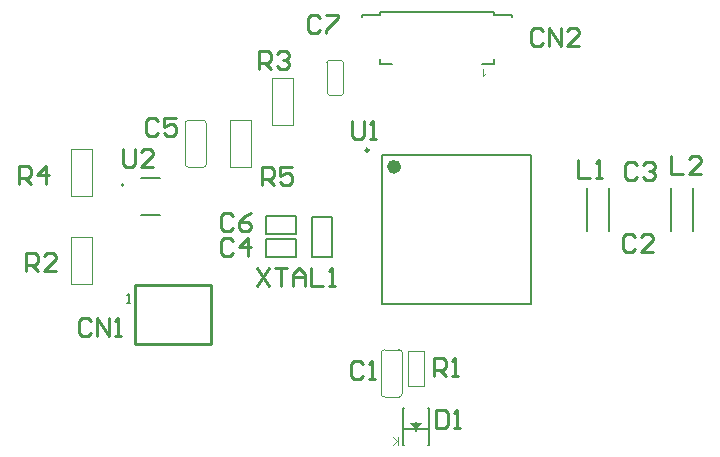
<source format=gto>
G04*
G04 #@! TF.GenerationSoftware,Altium Limited,Altium Designer,18.1.7 (191)*
G04*
G04 Layer_Color=65535*
%FSLAX25Y25*%
%MOIN*%
G70*
G01*
G75*
%ADD10C,0.00787*%
%ADD11C,0.00984*%
%ADD12C,0.02362*%
%ADD13C,0.00472*%
%ADD14C,0.00591*%
%ADD15C,0.00500*%
%ADD16C,0.00590*%
%ADD17C,0.01000*%
%ADD18C,0.00394*%
G36*
X162780Y34175D02*
X160848Y36106D01*
X164711Y36106D01*
X162780Y34175D01*
D02*
G37*
G36*
X185401Y151951D02*
X185405Y151955D01*
X185421Y151971D01*
X185448Y151990D01*
X185482Y152017D01*
X185524Y152051D01*
X185574Y152086D01*
X185632Y152128D01*
X185697Y152166D01*
X185701D01*
X185705Y152170D01*
X185728Y152186D01*
X185762Y152205D01*
X185805Y152228D01*
X185855Y152255D01*
X185908Y152278D01*
X185966Y152305D01*
X186020Y152328D01*
Y152024D01*
X186016D01*
X186008Y152021D01*
X185993Y152013D01*
X185977Y152001D01*
X185954Y151990D01*
X185927Y151978D01*
X185866Y151944D01*
X185797Y151901D01*
X185720Y151852D01*
X185643Y151794D01*
X185570Y151733D01*
X185567Y151729D01*
X185563Y151725D01*
X185540Y151702D01*
X185505Y151667D01*
X185463Y151625D01*
X185417Y151571D01*
X185371Y151514D01*
X185328Y151452D01*
X185294Y151391D01*
X185090D01*
Y153925D01*
X185401D01*
Y151951D01*
D02*
G37*
D10*
X65224Y115390D02*
G03*
X65224Y115390I-394J0D01*
G01*
X151476Y75846D02*
X151476Y125453D01*
X201083Y75846D02*
Y125453D01*
X151476D02*
X201083D01*
X151476Y75846D02*
X201083Y75846D01*
X184839Y155894D02*
X188776D01*
Y157272D01*
X144878Y172035D02*
X150838D01*
X144878Y171248D02*
Y172035D01*
X194681Y171248D02*
Y172035D01*
X188721D02*
X194681D01*
X150784Y155894D02*
Y157272D01*
Y155894D02*
X154720D01*
X188721Y172035D02*
Y173216D01*
X150838D02*
X188721D01*
X150838Y172035D02*
Y173216D01*
X112779Y105150D02*
X122780D01*
Y99150D02*
Y105150D01*
X112779Y99150D02*
X122780D01*
X112779D02*
Y105150D01*
Y97276D02*
X122780D01*
Y91276D02*
Y97276D01*
X112779Y91276D02*
X122780D01*
X112779D02*
Y97276D01*
D11*
X146949Y127027D02*
G03*
X146949Y127027I-492J0D01*
G01*
D12*
X156595Y121516D02*
G03*
X156595Y121516I-1181J0D01*
G01*
D13*
X133024Y146031D02*
G03*
X133811Y145244I787J0D01*
G01*
X138535Y156268D02*
G03*
X137748Y157055I-787J0D01*
G01*
X133811D02*
G03*
X133024Y156268I0J-787D01*
G01*
X137748Y145244D02*
G03*
X138535Y146031I0J787D01*
G01*
X85736Y122457D02*
G03*
X86917Y121276I1181J0D01*
G01*
X91642D02*
G03*
X92823Y122457I0J1181D01*
G01*
Y135843D02*
G03*
X91642Y137024I-1181J0D01*
G01*
X86917D02*
G03*
X85736Y135843I0J-1181D01*
G01*
X151083Y45957D02*
G03*
X152264Y44776I1181J0D01*
G01*
X156988D02*
G03*
X158169Y45957I0J1181D01*
G01*
Y59342D02*
G03*
X156988Y60524I-1181J0D01*
G01*
X152264D02*
G03*
X151083Y59342I0J-1181D01*
G01*
X107823Y121276D02*
Y137024D01*
X100736Y121276D02*
X107823D01*
X100736D02*
Y137024D01*
X107823D01*
X47736Y111776D02*
Y127524D01*
X54823D01*
Y111776D02*
Y127524D01*
X47736Y111776D02*
X54823D01*
X114736Y135276D02*
Y151024D01*
X121823D01*
Y135276D02*
Y151024D01*
X114736Y135276D02*
X121823D01*
X47736Y82276D02*
Y98024D01*
X54823D01*
Y82276D02*
Y98024D01*
X47736Y82276D02*
X54823D01*
X165535Y48244D02*
Y60055D01*
X160024Y48244D02*
X165535D01*
X160024D02*
Y60055D01*
X165535D01*
X133811Y145244D02*
X137748D01*
X138535Y146031D02*
Y156268D01*
X133811Y157055D02*
X137748D01*
X133024Y146031D02*
Y156268D01*
X85736Y122457D02*
Y135843D01*
X86917Y137024D02*
X91642D01*
X92823Y122457D02*
Y135843D01*
X86917Y121276D02*
X91642D01*
X151083Y45957D02*
Y59342D01*
X152264Y60524D02*
X156988D01*
X158169Y45957D02*
Y59342D01*
X152264Y44776D02*
X156988D01*
D14*
X127933Y91520D02*
X134626D01*
Y104905D01*
X127933D02*
X134626D01*
X127933Y91520D02*
Y104905D01*
D15*
X71130Y105532D02*
X77429D01*
X71130Y117768D02*
X77429D01*
X167110Y28626D02*
Y41224D01*
X166715Y28626D02*
X167110Y28626D01*
X166717Y41225D02*
X167110Y41224D01*
X158449Y39650D02*
Y41224D01*
Y28626D02*
X158844Y28626D01*
X158449Y28626D02*
Y39650D01*
X162779Y33300D02*
Y36500D01*
X158449Y34213D02*
X167110D01*
X158449Y41224D02*
X158449Y41224D01*
X158842Y41224D01*
X66425Y76087D02*
X67425D01*
X66925D01*
Y79086D01*
X66425Y78586D01*
D16*
X254979Y99950D02*
Y114350D01*
X247580Y99950D02*
Y114350D01*
X226979Y99950D02*
Y114350D01*
X219580Y99950D02*
Y114350D01*
D17*
X94378Y62307D02*
Y81992D01*
X69181Y62307D02*
X94378D01*
X69181Y81992D02*
X94378D01*
X69181Y62307D02*
Y81992D01*
X205081Y166648D02*
X204082Y167648D01*
X202082D01*
X201083Y166648D01*
Y162649D01*
X202082Y161650D01*
X204082D01*
X205081Y162649D01*
X207081Y161650D02*
Y167648D01*
X211079Y161650D01*
Y167648D01*
X217077Y161650D02*
X213079D01*
X217077Y165648D01*
Y166648D01*
X216078Y167648D01*
X214078D01*
X213079Y166648D01*
X236278Y122148D02*
X235279Y123148D01*
X233279D01*
X232279Y122148D01*
Y118149D01*
X233279Y117150D01*
X235279D01*
X236278Y118149D01*
X238278Y122148D02*
X239277Y123148D01*
X241277D01*
X242276Y122148D01*
Y121148D01*
X241277Y120149D01*
X240277D01*
X241277D01*
X242276Y119149D01*
Y118149D01*
X241277Y117150D01*
X239277D01*
X238278Y118149D01*
X216779Y123648D02*
Y117650D01*
X220778D01*
X222778D02*
X224777D01*
X223777D01*
Y123648D01*
X222778Y122648D01*
X235778Y98148D02*
X234779Y99148D01*
X232779D01*
X231780Y98148D01*
Y94149D01*
X232779Y93150D01*
X234779D01*
X235778Y94149D01*
X241776Y93150D02*
X237778D01*
X241776Y97148D01*
Y98148D01*
X240777Y99148D01*
X238777D01*
X237778Y98148D01*
X111279Y115390D02*
Y121388D01*
X114279D01*
X115278Y120388D01*
Y118389D01*
X114279Y117389D01*
X111279D01*
X113279D02*
X115278Y115390D01*
X121276Y121388D02*
X117278D01*
Y118389D01*
X119277Y119388D01*
X120277D01*
X121276Y118389D01*
Y116390D01*
X120277Y115390D01*
X118277D01*
X117278Y116390D01*
X110280Y154150D02*
Y160148D01*
X113279D01*
X114278Y159148D01*
Y157149D01*
X113279Y156149D01*
X110280D01*
X112279D02*
X114278Y154150D01*
X116278Y159148D02*
X117277Y160148D01*
X119277D01*
X120276Y159148D01*
Y158148D01*
X119277Y157149D01*
X118277D01*
X119277D01*
X120276Y156149D01*
Y155149D01*
X119277Y154150D01*
X117277D01*
X116278Y155149D01*
X30279Y115650D02*
Y121648D01*
X33279D01*
X34278Y120648D01*
Y118649D01*
X33279Y117649D01*
X30279D01*
X32279D02*
X34278Y115650D01*
X39277D02*
Y121648D01*
X36278Y118649D01*
X40276D01*
X76778Y136648D02*
X75779Y137648D01*
X73779D01*
X72780Y136648D01*
Y132649D01*
X73779Y131650D01*
X75779D01*
X76778Y132649D01*
X82776Y137648D02*
X78778D01*
Y134649D01*
X80777Y135648D01*
X81777D01*
X82776Y134649D01*
Y132649D01*
X81777Y131650D01*
X79777D01*
X78778Y132649D01*
X130778Y171148D02*
X129779Y172148D01*
X127779D01*
X126779Y171148D01*
Y167149D01*
X127779Y166150D01*
X129779D01*
X130778Y167149D01*
X132778Y172148D02*
X136776D01*
Y171148D01*
X132778Y167149D01*
Y166150D01*
X32779Y86870D02*
Y92868D01*
X35779D01*
X36778Y91868D01*
Y89869D01*
X35779Y88869D01*
X32779D01*
X34779D02*
X36778Y86870D01*
X42776D02*
X38778D01*
X42776Y90869D01*
Y91868D01*
X41777Y92868D01*
X39777D01*
X38778Y91868D01*
X54278Y70148D02*
X53279Y71148D01*
X51279D01*
X50279Y70148D01*
Y66149D01*
X51279Y65150D01*
X53279D01*
X54278Y66149D01*
X56278Y65150D02*
Y71148D01*
X60276Y65150D01*
Y71148D01*
X62276Y65150D02*
X64275D01*
X63275D01*
Y71148D01*
X62276Y70148D01*
X109780Y87648D02*
X113778Y81650D01*
Y87648D02*
X109780Y81650D01*
X115778Y87648D02*
X119776D01*
X117777D01*
Y81650D01*
X121776D02*
Y85648D01*
X123775Y87648D01*
X125774Y85648D01*
Y81650D01*
Y84649D01*
X121776D01*
X127774Y87648D02*
Y81650D01*
X131772D01*
X133772D02*
X135771D01*
X134772D01*
Y87648D01*
X133772Y86648D01*
X101778Y96774D02*
X100779Y97774D01*
X98779D01*
X97780Y96774D01*
Y92775D01*
X98779Y91776D01*
X100779D01*
X101778Y92775D01*
X106777Y91776D02*
Y97774D01*
X103778Y94775D01*
X107776D01*
X101778Y105148D02*
X100779Y106148D01*
X98779D01*
X97780Y105148D01*
Y101149D01*
X98779Y100150D01*
X100779D01*
X101778Y101149D01*
X107776Y106148D02*
X105777Y105148D01*
X103778Y103149D01*
Y101149D01*
X104777Y100150D01*
X106777D01*
X107776Y101149D01*
Y102149D01*
X106777Y103149D01*
X103778D01*
X141279Y136648D02*
Y131649D01*
X142279Y130650D01*
X144279D01*
X145278Y131649D01*
Y136648D01*
X147278Y130650D02*
X149277D01*
X148277D01*
Y136648D01*
X147278Y135648D01*
X169280Y40423D02*
Y34425D01*
X172279D01*
X173278Y35425D01*
Y39424D01*
X172279Y40423D01*
X169280D01*
X175278Y34425D02*
X177277D01*
X176277D01*
Y40423D01*
X175278Y39424D01*
X168780Y51650D02*
Y57648D01*
X171779D01*
X172778Y56648D01*
Y54649D01*
X171779Y53649D01*
X168780D01*
X170779D02*
X172778Y51650D01*
X174778D02*
X176777D01*
X175777D01*
Y57648D01*
X174778Y56648D01*
X145125Y55648D02*
X144125Y56648D01*
X142126D01*
X141126Y55648D01*
Y51649D01*
X142126Y50650D01*
X144125D01*
X145125Y51649D01*
X147124Y50650D02*
X149123D01*
X148124D01*
Y56648D01*
X147124Y55648D01*
X247779Y125048D02*
Y119050D01*
X251778D01*
X257776D02*
X253778D01*
X257776Y123048D01*
Y124048D01*
X256777Y125048D01*
X254777D01*
X253778Y124048D01*
X65030Y127398D02*
Y122399D01*
X66029Y121400D01*
X68029D01*
X69028Y122399D01*
Y127398D01*
X75026Y121400D02*
X71028D01*
X75026Y125398D01*
Y126398D01*
X74027Y127398D01*
X72027D01*
X71028Y126398D01*
D18*
X156874Y28627D02*
Y31382D01*
Y30463D01*
X155037Y28627D01*
X156415Y30004D01*
X155037Y31382D01*
M02*

</source>
